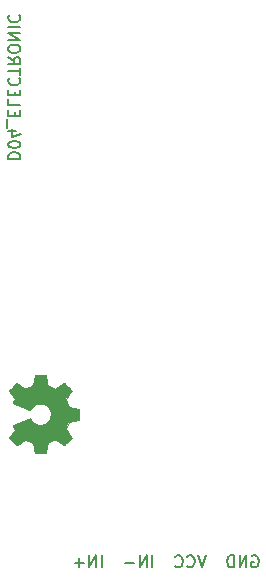
<source format=gbr>
G04 #@! TF.GenerationSoftware,KiCad,Pcbnew,5.1.5-52549c5~86~ubuntu18.04.1*
G04 #@! TF.CreationDate,2020-09-29T20:16:12-05:00*
G04 #@! TF.ProjectId,D04,4430342e-6b69-4636-9164-5f7063625858,rev?*
G04 #@! TF.SameCoordinates,Original*
G04 #@! TF.FileFunction,Legend,Bot*
G04 #@! TF.FilePolarity,Positive*
%FSLAX46Y46*%
G04 Gerber Fmt 4.6, Leading zero omitted, Abs format (unit mm)*
G04 Created by KiCad (PCBNEW 5.1.5-52549c5~86~ubuntu18.04.1) date 2020-09-29 20:16:12*
%MOMM*%
%LPD*%
G04 APERTURE LIST*
%ADD10C,0.150000*%
%ADD11C,0.010000*%
G04 APERTURE END LIST*
D10*
X41248742Y-66327400D02*
X41343980Y-66279780D01*
X41486838Y-66279780D01*
X41629695Y-66327400D01*
X41724933Y-66422638D01*
X41772552Y-66517876D01*
X41820171Y-66708352D01*
X41820171Y-66851209D01*
X41772552Y-67041685D01*
X41724933Y-67136923D01*
X41629695Y-67232161D01*
X41486838Y-67279780D01*
X41391600Y-67279780D01*
X41248742Y-67232161D01*
X41201123Y-67184542D01*
X41201123Y-66851209D01*
X41391600Y-66851209D01*
X40772552Y-67279780D02*
X40772552Y-66279780D01*
X40201123Y-67279780D01*
X40201123Y-66279780D01*
X39724933Y-67279780D02*
X39724933Y-66279780D01*
X39486838Y-66279780D01*
X39343980Y-66327400D01*
X39248742Y-66422638D01*
X39201123Y-66517876D01*
X39153504Y-66708352D01*
X39153504Y-66851209D01*
X39201123Y-67041685D01*
X39248742Y-67136923D01*
X39343980Y-67232161D01*
X39486838Y-67279780D01*
X39724933Y-67279780D01*
X37343980Y-66279780D02*
X37010647Y-67279780D01*
X36677314Y-66279780D01*
X35772552Y-67184542D02*
X35820171Y-67232161D01*
X35963028Y-67279780D01*
X36058266Y-67279780D01*
X36201123Y-67232161D01*
X36296361Y-67136923D01*
X36343980Y-67041685D01*
X36391600Y-66851209D01*
X36391600Y-66708352D01*
X36343980Y-66517876D01*
X36296361Y-66422638D01*
X36201123Y-66327400D01*
X36058266Y-66279780D01*
X35963028Y-66279780D01*
X35820171Y-66327400D01*
X35772552Y-66375019D01*
X34772552Y-67184542D02*
X34820171Y-67232161D01*
X34963028Y-67279780D01*
X35058266Y-67279780D01*
X35201123Y-67232161D01*
X35296361Y-67136923D01*
X35343980Y-67041685D01*
X35391600Y-66851209D01*
X35391600Y-66708352D01*
X35343980Y-66517876D01*
X35296361Y-66422638D01*
X35201123Y-66327400D01*
X35058266Y-66279780D01*
X34963028Y-66279780D01*
X34820171Y-66327400D01*
X34772552Y-66375019D01*
X32820171Y-67279780D02*
X32820171Y-66279780D01*
X32343980Y-67279780D02*
X32343980Y-66279780D01*
X31772552Y-67279780D01*
X31772552Y-66279780D01*
X31296361Y-66898828D02*
X30534457Y-66898828D01*
X28534457Y-67279780D02*
X28534457Y-66279780D01*
X28058266Y-67279780D02*
X28058266Y-66279780D01*
X27486838Y-67279780D01*
X27486838Y-66279780D01*
X27010647Y-66898828D02*
X26248742Y-66898828D01*
X26629695Y-67279780D02*
X26629695Y-66517876D01*
X20629619Y-32716028D02*
X21629619Y-32716028D01*
X21629619Y-32477933D01*
X21582000Y-32335076D01*
X21486761Y-32239838D01*
X21391523Y-32192219D01*
X21201047Y-32144600D01*
X21058190Y-32144600D01*
X20867714Y-32192219D01*
X20772476Y-32239838D01*
X20677238Y-32335076D01*
X20629619Y-32477933D01*
X20629619Y-32716028D01*
X21629619Y-31525552D02*
X21629619Y-31430314D01*
X21582000Y-31335076D01*
X21534380Y-31287457D01*
X21439142Y-31239838D01*
X21248666Y-31192219D01*
X21010571Y-31192219D01*
X20820095Y-31239838D01*
X20724857Y-31287457D01*
X20677238Y-31335076D01*
X20629619Y-31430314D01*
X20629619Y-31525552D01*
X20677238Y-31620790D01*
X20724857Y-31668409D01*
X20820095Y-31716028D01*
X21010571Y-31763647D01*
X21248666Y-31763647D01*
X21439142Y-31716028D01*
X21534380Y-31668409D01*
X21582000Y-31620790D01*
X21629619Y-31525552D01*
X21296285Y-30335076D02*
X20629619Y-30335076D01*
X21677238Y-30573171D02*
X20962952Y-30811266D01*
X20962952Y-30192219D01*
X20534380Y-30049361D02*
X20534380Y-29287457D01*
X21153428Y-29049361D02*
X21153428Y-28716028D01*
X20629619Y-28573171D02*
X20629619Y-29049361D01*
X21629619Y-29049361D01*
X21629619Y-28573171D01*
X20629619Y-27668409D02*
X20629619Y-28144600D01*
X21629619Y-28144600D01*
X21153428Y-27335076D02*
X21153428Y-27001742D01*
X20629619Y-26858885D02*
X20629619Y-27335076D01*
X21629619Y-27335076D01*
X21629619Y-26858885D01*
X20724857Y-25858885D02*
X20677238Y-25906504D01*
X20629619Y-26049361D01*
X20629619Y-26144600D01*
X20677238Y-26287457D01*
X20772476Y-26382695D01*
X20867714Y-26430314D01*
X21058190Y-26477933D01*
X21201047Y-26477933D01*
X21391523Y-26430314D01*
X21486761Y-26382695D01*
X21582000Y-26287457D01*
X21629619Y-26144600D01*
X21629619Y-26049361D01*
X21582000Y-25906504D01*
X21534380Y-25858885D01*
X21629619Y-25573171D02*
X21629619Y-25001742D01*
X20629619Y-25287457D02*
X21629619Y-25287457D01*
X20629619Y-24096980D02*
X21105809Y-24430314D01*
X20629619Y-24668409D02*
X21629619Y-24668409D01*
X21629619Y-24287457D01*
X21582000Y-24192219D01*
X21534380Y-24144600D01*
X21439142Y-24096980D01*
X21296285Y-24096980D01*
X21201047Y-24144600D01*
X21153428Y-24192219D01*
X21105809Y-24287457D01*
X21105809Y-24668409D01*
X21629619Y-23477933D02*
X21629619Y-23287457D01*
X21582000Y-23192219D01*
X21486761Y-23096980D01*
X21296285Y-23049361D01*
X20962952Y-23049361D01*
X20772476Y-23096980D01*
X20677238Y-23192219D01*
X20629619Y-23287457D01*
X20629619Y-23477933D01*
X20677238Y-23573171D01*
X20772476Y-23668409D01*
X20962952Y-23716028D01*
X21296285Y-23716028D01*
X21486761Y-23668409D01*
X21582000Y-23573171D01*
X21629619Y-23477933D01*
X20629619Y-22620790D02*
X21629619Y-22620790D01*
X20629619Y-22049361D01*
X21629619Y-22049361D01*
X20629619Y-21573171D02*
X21629619Y-21573171D01*
X20724857Y-20525552D02*
X20677238Y-20573171D01*
X20629619Y-20716028D01*
X20629619Y-20811266D01*
X20677238Y-20954123D01*
X20772476Y-21049361D01*
X20867714Y-21096980D01*
X21058190Y-21144600D01*
X21201047Y-21144600D01*
X21391523Y-21096980D01*
X21486761Y-21049361D01*
X21582000Y-20954123D01*
X21629619Y-20811266D01*
X21629619Y-20716028D01*
X21582000Y-20573171D01*
X21534380Y-20525552D01*
D11*
G36*
X26178469Y-53774786D02*
G01*
X25733845Y-53690965D01*
X25606347Y-53381680D01*
X25478849Y-53072394D01*
X25731154Y-52701354D01*
X25801404Y-52597443D01*
X25864128Y-52503513D01*
X25916462Y-52423948D01*
X25955543Y-52363130D01*
X25978507Y-52325443D01*
X25983458Y-52315179D01*
X25970724Y-52296690D01*
X25935518Y-52257180D01*
X25882338Y-52201078D01*
X25815682Y-52132813D01*
X25740046Y-52056814D01*
X25659928Y-51977508D01*
X25579826Y-51899325D01*
X25504236Y-51826693D01*
X25437655Y-51764041D01*
X25384582Y-51715797D01*
X25349513Y-51686390D01*
X25337777Y-51679359D01*
X25316140Y-51689477D01*
X25268738Y-51717841D01*
X25200207Y-51761471D01*
X25115185Y-51817382D01*
X25018307Y-51882594D01*
X24963050Y-51920381D01*
X24862152Y-51989257D01*
X24771101Y-52050460D01*
X24694430Y-52101022D01*
X24636672Y-52137972D01*
X24602357Y-52158342D01*
X24595146Y-52161403D01*
X24574652Y-52154464D01*
X24526887Y-52135549D01*
X24458568Y-52107513D01*
X24376411Y-52073209D01*
X24287130Y-52035491D01*
X24197442Y-51997213D01*
X24114062Y-51961230D01*
X24043706Y-51930394D01*
X23993090Y-51907561D01*
X23968929Y-51895583D01*
X23967978Y-51894876D01*
X23963364Y-51876069D01*
X23953072Y-51825982D01*
X23938113Y-51749807D01*
X23919499Y-51652735D01*
X23898241Y-51539957D01*
X23885982Y-51474158D01*
X23863038Y-51353650D01*
X23841205Y-51244803D01*
X23821678Y-51153124D01*
X23805652Y-51084119D01*
X23794321Y-51043296D01*
X23790726Y-51035089D01*
X23766394Y-51027052D01*
X23711441Y-51020567D01*
X23632292Y-51015630D01*
X23535374Y-51012236D01*
X23427113Y-51010382D01*
X23313935Y-51010062D01*
X23202265Y-51011273D01*
X23098532Y-51014010D01*
X23009159Y-51018269D01*
X22940574Y-51024045D01*
X22899203Y-51031333D01*
X22890590Y-51035705D01*
X22880267Y-51061836D01*
X22865508Y-51117207D01*
X22848048Y-51194493D01*
X22829620Y-51286370D01*
X22823659Y-51318442D01*
X22795334Y-51473076D01*
X22772524Y-51595225D01*
X22754320Y-51688927D01*
X22739817Y-51758216D01*
X22728108Y-51807129D01*
X22718285Y-51839703D01*
X22709444Y-51859972D01*
X22700676Y-51871974D01*
X22698943Y-51873653D01*
X22671029Y-51890416D01*
X22616705Y-51915986D01*
X22542623Y-51947812D01*
X22455435Y-51983340D01*
X22361792Y-52020017D01*
X22268348Y-52055289D01*
X22181753Y-52086604D01*
X22108660Y-52111407D01*
X22055722Y-52127146D01*
X22029589Y-52131268D01*
X22028674Y-52130924D01*
X22007314Y-52116959D01*
X21960316Y-52085278D01*
X21892573Y-52039209D01*
X21808977Y-51982082D01*
X21714418Y-51917227D01*
X21687546Y-51898757D01*
X21590125Y-51832901D01*
X21501237Y-51774950D01*
X21425988Y-51728062D01*
X21369480Y-51695393D01*
X21336819Y-51680100D01*
X21332807Y-51679359D01*
X21311716Y-51692208D01*
X21269936Y-51727712D01*
X21211955Y-51781307D01*
X21142265Y-51848429D01*
X21065355Y-51924513D01*
X20985717Y-52004996D01*
X20907839Y-52085313D01*
X20836214Y-52160901D01*
X20775330Y-52227195D01*
X20729679Y-52279631D01*
X20703750Y-52313645D01*
X20699517Y-52323055D01*
X20709488Y-52344957D01*
X20736380Y-52389800D01*
X20775664Y-52450279D01*
X20807283Y-52496811D01*
X20865302Y-52581125D01*
X20933616Y-52680974D01*
X21001821Y-52781127D01*
X21038325Y-52834973D01*
X21161600Y-53017229D01*
X21078880Y-53170219D01*
X21042641Y-53239918D01*
X21014474Y-53299186D01*
X20998409Y-53339289D01*
X20996174Y-53349497D01*
X21012678Y-53361771D01*
X21059318Y-53385987D01*
X21131791Y-53420337D01*
X21225794Y-53463012D01*
X21337026Y-53512206D01*
X21461185Y-53566110D01*
X21593968Y-53622916D01*
X21731073Y-53680818D01*
X21868198Y-53738007D01*
X22001042Y-53792676D01*
X22125302Y-53843016D01*
X22236675Y-53887220D01*
X22330861Y-53923481D01*
X22403556Y-53949991D01*
X22450459Y-53964942D01*
X22466567Y-53967346D01*
X22487114Y-53948289D01*
X22520467Y-53906564D01*
X22559698Y-53850894D01*
X22562801Y-53846222D01*
X22677977Y-53702336D01*
X22812347Y-53586317D01*
X22961616Y-53499170D01*
X23121487Y-53441901D01*
X23287663Y-53415514D01*
X23455848Y-53421015D01*
X23621745Y-53459410D01*
X23781058Y-53531705D01*
X23815913Y-53552974D01*
X23956663Y-53663604D01*
X24069686Y-53794298D01*
X24154397Y-53940536D01*
X24210206Y-54097792D01*
X24236526Y-54261543D01*
X24232770Y-54427267D01*
X24198350Y-54590438D01*
X24132677Y-54746535D01*
X24035165Y-54891033D01*
X23995587Y-54935731D01*
X23871697Y-55049488D01*
X23741276Y-55132382D01*
X23595085Y-55189244D01*
X23450312Y-55220913D01*
X23287540Y-55228731D01*
X23123960Y-55202662D01*
X22965102Y-55145355D01*
X22816494Y-55059456D01*
X22683665Y-54947614D01*
X22572144Y-54812477D01*
X22560389Y-54794717D01*
X22521892Y-54738450D01*
X22488537Y-54695677D01*
X22467240Y-54675228D01*
X22466567Y-54674931D01*
X22443529Y-54679321D01*
X22391243Y-54696724D01*
X22314010Y-54725332D01*
X22216132Y-54763335D01*
X22101909Y-54808926D01*
X21975642Y-54860297D01*
X21841633Y-54915638D01*
X21704182Y-54973142D01*
X21567592Y-55030999D01*
X21436163Y-55087402D01*
X21314195Y-55140542D01*
X21205991Y-55188610D01*
X21115851Y-55229799D01*
X21048077Y-55262299D01*
X21006970Y-55284303D01*
X20996174Y-55293164D01*
X21004581Y-55320240D01*
X21027128Y-55370903D01*
X21059787Y-55436417D01*
X21078880Y-55472441D01*
X21161600Y-55625432D01*
X21038325Y-55807688D01*
X20975172Y-55900725D01*
X20905673Y-56002585D01*
X20840235Y-56098038D01*
X20807283Y-56145850D01*
X20762127Y-56213095D01*
X20726343Y-56270036D01*
X20704462Y-56309246D01*
X20699837Y-56321981D01*
X20712315Y-56340517D01*
X20747148Y-56381541D01*
X20800722Y-56441075D01*
X20869417Y-56515142D01*
X20949619Y-56599765D01*
X21001114Y-56653285D01*
X21093114Y-56746919D01*
X21175401Y-56827841D01*
X21244455Y-56892777D01*
X21296756Y-56938458D01*
X21328784Y-56961611D01*
X21335284Y-56963832D01*
X21360006Y-56953524D01*
X21409995Y-56925039D01*
X21480188Y-56881537D01*
X21565525Y-56826177D01*
X21660944Y-56762120D01*
X21687546Y-56743903D01*
X21784233Y-56677527D01*
X21871283Y-56617978D01*
X21943805Y-56568584D01*
X21996907Y-56532675D01*
X22025697Y-56513581D01*
X22028674Y-56511736D01*
X22051618Y-56514495D01*
X22102064Y-56529138D01*
X22173359Y-56553113D01*
X22258853Y-56583866D01*
X22351893Y-56618844D01*
X22445826Y-56655493D01*
X22534001Y-56691261D01*
X22609766Y-56723594D01*
X22666469Y-56749938D01*
X22697457Y-56767742D01*
X22698943Y-56769007D01*
X22707799Y-56779894D01*
X22716557Y-56798282D01*
X22726123Y-56828206D01*
X22737404Y-56873703D01*
X22751307Y-56938809D01*
X22768737Y-57027561D01*
X22790602Y-57143993D01*
X22817809Y-57292142D01*
X22823659Y-57324218D01*
X22842026Y-57419286D01*
X22859995Y-57502165D01*
X22875831Y-57565530D01*
X22887800Y-57602058D01*
X22890590Y-57606956D01*
X22915328Y-57615027D01*
X22970610Y-57621587D01*
X23050011Y-57626633D01*
X23147104Y-57630159D01*
X23255462Y-57632161D01*
X23368660Y-57632636D01*
X23480272Y-57631577D01*
X23583871Y-57628982D01*
X23673032Y-57624846D01*
X23741328Y-57619163D01*
X23782334Y-57611931D01*
X23790726Y-57607571D01*
X23799192Y-57583298D01*
X23812965Y-57528026D01*
X23830850Y-57447262D01*
X23851652Y-57346512D01*
X23874177Y-57231283D01*
X23885982Y-57168502D01*
X23908249Y-57049387D01*
X23928421Y-56943165D01*
X23945485Y-56855027D01*
X23958431Y-56790166D01*
X23966245Y-56753774D01*
X23967978Y-56747784D01*
X23987510Y-56737661D01*
X24034557Y-56716262D01*
X24102397Y-56686439D01*
X24184309Y-56651045D01*
X24273572Y-56612932D01*
X24363465Y-56574953D01*
X24447265Y-56539960D01*
X24518253Y-56510806D01*
X24569706Y-56490343D01*
X24594903Y-56481423D01*
X24596004Y-56481257D01*
X24615881Y-56491369D01*
X24661623Y-56519717D01*
X24728683Y-56563323D01*
X24812516Y-56619206D01*
X24908574Y-56684387D01*
X24963750Y-56722279D01*
X25064919Y-56791325D01*
X25156770Y-56852650D01*
X25234656Y-56903263D01*
X25293931Y-56940171D01*
X25329949Y-56960382D01*
X25338023Y-56963301D01*
X25356816Y-56950753D01*
X25396943Y-56916063D01*
X25453907Y-56863663D01*
X25523215Y-56797984D01*
X25600369Y-56723456D01*
X25680875Y-56644513D01*
X25760237Y-56565583D01*
X25833960Y-56491100D01*
X25897548Y-56425494D01*
X25946506Y-56373196D01*
X25976339Y-56338639D01*
X25983458Y-56327078D01*
X25973447Y-56308254D01*
X25945322Y-56263231D01*
X25901946Y-56196387D01*
X25846182Y-56112099D01*
X25780894Y-56014744D01*
X25731154Y-55941307D01*
X25478849Y-55570267D01*
X25733845Y-54951695D01*
X26178469Y-54867875D01*
X26623093Y-54784054D01*
X26623093Y-53858606D01*
X26178469Y-53774786D01*
G37*
X26178469Y-53774786D02*
X25733845Y-53690965D01*
X25606347Y-53381680D01*
X25478849Y-53072394D01*
X25731154Y-52701354D01*
X25801404Y-52597443D01*
X25864128Y-52503513D01*
X25916462Y-52423948D01*
X25955543Y-52363130D01*
X25978507Y-52325443D01*
X25983458Y-52315179D01*
X25970724Y-52296690D01*
X25935518Y-52257180D01*
X25882338Y-52201078D01*
X25815682Y-52132813D01*
X25740046Y-52056814D01*
X25659928Y-51977508D01*
X25579826Y-51899325D01*
X25504236Y-51826693D01*
X25437655Y-51764041D01*
X25384582Y-51715797D01*
X25349513Y-51686390D01*
X25337777Y-51679359D01*
X25316140Y-51689477D01*
X25268738Y-51717841D01*
X25200207Y-51761471D01*
X25115185Y-51817382D01*
X25018307Y-51882594D01*
X24963050Y-51920381D01*
X24862152Y-51989257D01*
X24771101Y-52050460D01*
X24694430Y-52101022D01*
X24636672Y-52137972D01*
X24602357Y-52158342D01*
X24595146Y-52161403D01*
X24574652Y-52154464D01*
X24526887Y-52135549D01*
X24458568Y-52107513D01*
X24376411Y-52073209D01*
X24287130Y-52035491D01*
X24197442Y-51997213D01*
X24114062Y-51961230D01*
X24043706Y-51930394D01*
X23993090Y-51907561D01*
X23968929Y-51895583D01*
X23967978Y-51894876D01*
X23963364Y-51876069D01*
X23953072Y-51825982D01*
X23938113Y-51749807D01*
X23919499Y-51652735D01*
X23898241Y-51539957D01*
X23885982Y-51474158D01*
X23863038Y-51353650D01*
X23841205Y-51244803D01*
X23821678Y-51153124D01*
X23805652Y-51084119D01*
X23794321Y-51043296D01*
X23790726Y-51035089D01*
X23766394Y-51027052D01*
X23711441Y-51020567D01*
X23632292Y-51015630D01*
X23535374Y-51012236D01*
X23427113Y-51010382D01*
X23313935Y-51010062D01*
X23202265Y-51011273D01*
X23098532Y-51014010D01*
X23009159Y-51018269D01*
X22940574Y-51024045D01*
X22899203Y-51031333D01*
X22890590Y-51035705D01*
X22880267Y-51061836D01*
X22865508Y-51117207D01*
X22848048Y-51194493D01*
X22829620Y-51286370D01*
X22823659Y-51318442D01*
X22795334Y-51473076D01*
X22772524Y-51595225D01*
X22754320Y-51688927D01*
X22739817Y-51758216D01*
X22728108Y-51807129D01*
X22718285Y-51839703D01*
X22709444Y-51859972D01*
X22700676Y-51871974D01*
X22698943Y-51873653D01*
X22671029Y-51890416D01*
X22616705Y-51915986D01*
X22542623Y-51947812D01*
X22455435Y-51983340D01*
X22361792Y-52020017D01*
X22268348Y-52055289D01*
X22181753Y-52086604D01*
X22108660Y-52111407D01*
X22055722Y-52127146D01*
X22029589Y-52131268D01*
X22028674Y-52130924D01*
X22007314Y-52116959D01*
X21960316Y-52085278D01*
X21892573Y-52039209D01*
X21808977Y-51982082D01*
X21714418Y-51917227D01*
X21687546Y-51898757D01*
X21590125Y-51832901D01*
X21501237Y-51774950D01*
X21425988Y-51728062D01*
X21369480Y-51695393D01*
X21336819Y-51680100D01*
X21332807Y-51679359D01*
X21311716Y-51692208D01*
X21269936Y-51727712D01*
X21211955Y-51781307D01*
X21142265Y-51848429D01*
X21065355Y-51924513D01*
X20985717Y-52004996D01*
X20907839Y-52085313D01*
X20836214Y-52160901D01*
X20775330Y-52227195D01*
X20729679Y-52279631D01*
X20703750Y-52313645D01*
X20699517Y-52323055D01*
X20709488Y-52344957D01*
X20736380Y-52389800D01*
X20775664Y-52450279D01*
X20807283Y-52496811D01*
X20865302Y-52581125D01*
X20933616Y-52680974D01*
X21001821Y-52781127D01*
X21038325Y-52834973D01*
X21161600Y-53017229D01*
X21078880Y-53170219D01*
X21042641Y-53239918D01*
X21014474Y-53299186D01*
X20998409Y-53339289D01*
X20996174Y-53349497D01*
X21012678Y-53361771D01*
X21059318Y-53385987D01*
X21131791Y-53420337D01*
X21225794Y-53463012D01*
X21337026Y-53512206D01*
X21461185Y-53566110D01*
X21593968Y-53622916D01*
X21731073Y-53680818D01*
X21868198Y-53738007D01*
X22001042Y-53792676D01*
X22125302Y-53843016D01*
X22236675Y-53887220D01*
X22330861Y-53923481D01*
X22403556Y-53949991D01*
X22450459Y-53964942D01*
X22466567Y-53967346D01*
X22487114Y-53948289D01*
X22520467Y-53906564D01*
X22559698Y-53850894D01*
X22562801Y-53846222D01*
X22677977Y-53702336D01*
X22812347Y-53586317D01*
X22961616Y-53499170D01*
X23121487Y-53441901D01*
X23287663Y-53415514D01*
X23455848Y-53421015D01*
X23621745Y-53459410D01*
X23781058Y-53531705D01*
X23815913Y-53552974D01*
X23956663Y-53663604D01*
X24069686Y-53794298D01*
X24154397Y-53940536D01*
X24210206Y-54097792D01*
X24236526Y-54261543D01*
X24232770Y-54427267D01*
X24198350Y-54590438D01*
X24132677Y-54746535D01*
X24035165Y-54891033D01*
X23995587Y-54935731D01*
X23871697Y-55049488D01*
X23741276Y-55132382D01*
X23595085Y-55189244D01*
X23450312Y-55220913D01*
X23287540Y-55228731D01*
X23123960Y-55202662D01*
X22965102Y-55145355D01*
X22816494Y-55059456D01*
X22683665Y-54947614D01*
X22572144Y-54812477D01*
X22560389Y-54794717D01*
X22521892Y-54738450D01*
X22488537Y-54695677D01*
X22467240Y-54675228D01*
X22466567Y-54674931D01*
X22443529Y-54679321D01*
X22391243Y-54696724D01*
X22314010Y-54725332D01*
X22216132Y-54763335D01*
X22101909Y-54808926D01*
X21975642Y-54860297D01*
X21841633Y-54915638D01*
X21704182Y-54973142D01*
X21567592Y-55030999D01*
X21436163Y-55087402D01*
X21314195Y-55140542D01*
X21205991Y-55188610D01*
X21115851Y-55229799D01*
X21048077Y-55262299D01*
X21006970Y-55284303D01*
X20996174Y-55293164D01*
X21004581Y-55320240D01*
X21027128Y-55370903D01*
X21059787Y-55436417D01*
X21078880Y-55472441D01*
X21161600Y-55625432D01*
X21038325Y-55807688D01*
X20975172Y-55900725D01*
X20905673Y-56002585D01*
X20840235Y-56098038D01*
X20807283Y-56145850D01*
X20762127Y-56213095D01*
X20726343Y-56270036D01*
X20704462Y-56309246D01*
X20699837Y-56321981D01*
X20712315Y-56340517D01*
X20747148Y-56381541D01*
X20800722Y-56441075D01*
X20869417Y-56515142D01*
X20949619Y-56599765D01*
X21001114Y-56653285D01*
X21093114Y-56746919D01*
X21175401Y-56827841D01*
X21244455Y-56892777D01*
X21296756Y-56938458D01*
X21328784Y-56961611D01*
X21335284Y-56963832D01*
X21360006Y-56953524D01*
X21409995Y-56925039D01*
X21480188Y-56881537D01*
X21565525Y-56826177D01*
X21660944Y-56762120D01*
X21687546Y-56743903D01*
X21784233Y-56677527D01*
X21871283Y-56617978D01*
X21943805Y-56568584D01*
X21996907Y-56532675D01*
X22025697Y-56513581D01*
X22028674Y-56511736D01*
X22051618Y-56514495D01*
X22102064Y-56529138D01*
X22173359Y-56553113D01*
X22258853Y-56583866D01*
X22351893Y-56618844D01*
X22445826Y-56655493D01*
X22534001Y-56691261D01*
X22609766Y-56723594D01*
X22666469Y-56749938D01*
X22697457Y-56767742D01*
X22698943Y-56769007D01*
X22707799Y-56779894D01*
X22716557Y-56798282D01*
X22726123Y-56828206D01*
X22737404Y-56873703D01*
X22751307Y-56938809D01*
X22768737Y-57027561D01*
X22790602Y-57143993D01*
X22817809Y-57292142D01*
X22823659Y-57324218D01*
X22842026Y-57419286D01*
X22859995Y-57502165D01*
X22875831Y-57565530D01*
X22887800Y-57602058D01*
X22890590Y-57606956D01*
X22915328Y-57615027D01*
X22970610Y-57621587D01*
X23050011Y-57626633D01*
X23147104Y-57630159D01*
X23255462Y-57632161D01*
X23368660Y-57632636D01*
X23480272Y-57631577D01*
X23583871Y-57628982D01*
X23673032Y-57624846D01*
X23741328Y-57619163D01*
X23782334Y-57611931D01*
X23790726Y-57607571D01*
X23799192Y-57583298D01*
X23812965Y-57528026D01*
X23830850Y-57447262D01*
X23851652Y-57346512D01*
X23874177Y-57231283D01*
X23885982Y-57168502D01*
X23908249Y-57049387D01*
X23928421Y-56943165D01*
X23945485Y-56855027D01*
X23958431Y-56790166D01*
X23966245Y-56753774D01*
X23967978Y-56747784D01*
X23987510Y-56737661D01*
X24034557Y-56716262D01*
X24102397Y-56686439D01*
X24184309Y-56651045D01*
X24273572Y-56612932D01*
X24363465Y-56574953D01*
X24447265Y-56539960D01*
X24518253Y-56510806D01*
X24569706Y-56490343D01*
X24594903Y-56481423D01*
X24596004Y-56481257D01*
X24615881Y-56491369D01*
X24661623Y-56519717D01*
X24728683Y-56563323D01*
X24812516Y-56619206D01*
X24908574Y-56684387D01*
X24963750Y-56722279D01*
X25064919Y-56791325D01*
X25156770Y-56852650D01*
X25234656Y-56903263D01*
X25293931Y-56940171D01*
X25329949Y-56960382D01*
X25338023Y-56963301D01*
X25356816Y-56950753D01*
X25396943Y-56916063D01*
X25453907Y-56863663D01*
X25523215Y-56797984D01*
X25600369Y-56723456D01*
X25680875Y-56644513D01*
X25760237Y-56565583D01*
X25833960Y-56491100D01*
X25897548Y-56425494D01*
X25946506Y-56373196D01*
X25976339Y-56338639D01*
X25983458Y-56327078D01*
X25973447Y-56308254D01*
X25945322Y-56263231D01*
X25901946Y-56196387D01*
X25846182Y-56112099D01*
X25780894Y-56014744D01*
X25731154Y-55941307D01*
X25478849Y-55570267D01*
X25733845Y-54951695D01*
X26178469Y-54867875D01*
X26623093Y-54784054D01*
X26623093Y-53858606D01*
X26178469Y-53774786D01*
M02*

</source>
